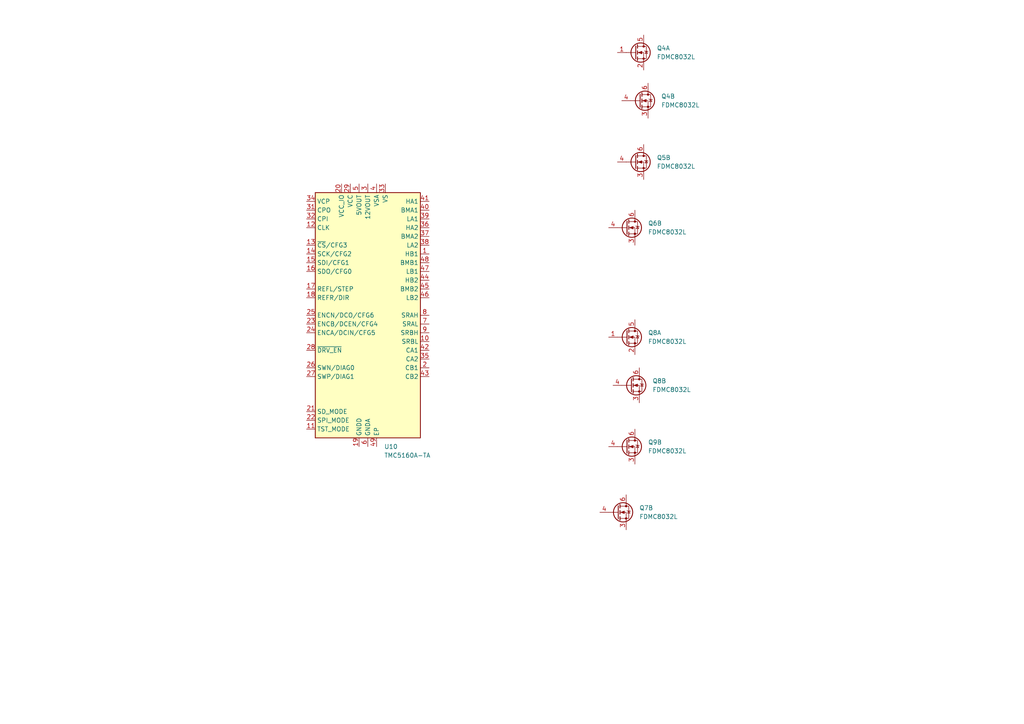
<source format=kicad_sch>
(kicad_sch (version 20231120) (generator "eeschema") (generator_version "8.0")
  (paper "A4")
  (lib_symbols
    (symbol "Driver_Motor:TMC5160A-TA"
      (property "Reference" "U" (at -11.43 38.1 0))
      (property "Value" "TMC5160A-TA" (at 10.16 38.1 0))
      (symbol "TMC5160A-TA_1_0"
        (rectangle (start -15.24 -35.56) (end 15.24 35.56) (stroke (width 0.254)) (fill (type background)))
      )
      (symbol "TMC5160A-TA_1_1"
        (pin output line (at 17.78 17.78 180) (length 2.54) (name "HB1") (number "1"))
        (pin passive line (at 17.78 -7.62 180) (length 2.54) (name "SRBL") (number "10"))
        (pin input line (at -17.78 -33.02 0) (length 2.54) (name "TST_MODE") (number "11"))
        (pin input line (at -17.78 25.4 0) (length 2.54) (name "CLK") (number "12"))
        (pin input line (at -17.78 20.32 0) (length 2.54) (name "~{CS}/CFG3") (number "13"))
        (pin input line (at -17.78 17.78 0) (length 2.54) (name "SCK/CFG2") (number "14"))
        (pin input line (at -17.78 15.24 0) (length 2.54) (name "SDI/CFG1") (number "15"))
        (pin bidirectional line (at -17.78 12.7 0) (length 2.54) (name "SDO/CFG0") (number "16"))
        (pin input line (at -17.78 7.62 0) (length 2.54) (name "REFL/STEP") (number "17"))
        (pin input line (at -17.78 5.08 0) (length 2.54) (name "REFR/DIR") (number "18"))
        (pin power_in line (at -2.54 -38.1 90) (length 2.54) (name "GNDD") (number "19"))
        (pin passive line (at 17.78 -15.24 180) (length 2.54) (name "CB1") (number "2"))
        (pin power_in line (at -7.62 38.1 270) (length 2.54) (name "VCC_IO") (number "20"))
        (pin input line (at -17.78 -27.94 0) (length 2.54) (name "SD_MODE") (number "21"))
        (pin input line (at -17.78 -30.48 0) (length 2.54) (name "SPI_MODE") (number "22"))
        (pin input line (at -17.78 -2.54 0) (length 2.54) (name "ENCB/DCEN/CFG4") (number "23"))
        (pin input line (at -17.78 -5.08 0) (length 2.54) (name "ENCA/DCIN/CFG5") (number "24"))
        (pin bidirectional line (at -17.78 0 0) (length 2.54) (name "ENCN/DCO/CFG6") (number "25"))
        (pin bidirectional line (at -17.78 -15.24 0) (length 2.54) (name "SWN/DIAG0") (number "26"))
        (pin bidirectional line (at -17.78 -17.78 0) (length 2.54) (name "SWP/DIAG1") (number "27"))
        (pin input line (at -17.78 -10.16 0) (length 2.54) (name "~{DRV_EN}") (number "28"))
        (pin power_in line (at -5.08 38.1 270) (length 2.54) (name "VCC") (number "29"))
        (pin power_out line (at 0 38.1 270) (length 2.54) (name "12VOUT") (number "3"))
        (pin passive line (at -2.54 -38.1 90) (length 2.54) hide (name "GNDD") (number "30"))
        (pin passive line (at -17.78 30.48 0) (length 2.54) (name "CPO") (number "31"))
        (pin passive line (at -17.78 27.94 0) (length 2.54) (name "CPI") (number "32"))
        (pin power_in line (at 5.08 38.1 270) (length 2.54) (name "VS") (number "33"))
        (pin passive line (at -17.78 33.02 0) (length 2.54) (name "VCP") (number "34"))
        (pin passive line (at 17.78 -12.7 180) (length 2.54) (name "CA2") (number "35"))
        (pin output line (at 17.78 25.4 180) (length 2.54) (name "HA2") (number "36"))
        (pin passive line (at 17.78 22.86 180) (length 2.54) (name "BMA2") (number "37"))
        (pin output line (at 17.78 20.32 180) (length 2.54) (name "LA2") (number "38"))
        (pin output line (at 17.78 27.94 180) (length 2.54) (name "LA1") (number "39"))
        (pin power_in line (at 2.54 38.1 270) (length 2.54) (name "VSA") (number "4"))
        (pin passive line (at 17.78 30.48 180) (length 2.54) (name "BMA1") (number "40"))
        (pin output line (at 17.78 33.02 180) (length 2.54) (name "HA1") (number "41"))
        (pin passive line (at 17.78 -10.16 180) (length 2.54) (name "CA1") (number "42"))
        (pin passive line (at 17.78 -17.78 180) (length 2.54) (name "CB2") (number "43"))
        (pin output line (at 17.78 10.16 180) (length 2.54) (name "HB2") (number "44"))
        (pin passive line (at 17.78 7.62 180) (length 2.54) (name "BMB2") (number "45"))
        (pin output line (at 17.78 5.08 180) (length 2.54) (name "LB2") (number "46"))
        (pin output line (at 17.78 12.7 180) (length 2.54) (name "LB1") (number "47"))
        (pin passive line (at 17.78 15.24 180) (length 2.54) (name "BMB1") (number "48"))
        (pin power_in line (at 2.54 -38.1 90) (length 2.54) (name "EP") (number "49"))
        (pin power_out line (at -2.54 38.1 270) (length 2.54) (name "5VOUT") (number "5"))
        (pin power_in line (at 0 -38.1 90) (length 2.54) (name "GNDA") (number "6"))
        (pin passive line (at 17.78 -2.54 180) (length 2.54) (name "SRAL") (number "7"))
        (pin passive line (at 17.78 0 180) (length 2.54) (name "SRAH") (number "8"))
        (pin passive line (at 17.78 -5.08 180) (length 2.54) (name "SRBH") (number "9"))
      )
    )
    (symbol "Transistor_FET:FDMC8032L" (pin_names hide)
      (property "Reference" "Q" (at 5.08 1.905 0))
      (property "Value" "FDMC8032L" (at 5.08 0 0))
      (symbol "FDMC8032L_0_1"
        (polyline (pts (xy 0.254 0) (xy -2.54 0)))
        (polyline (pts (xy 0.254 1.905) (xy 0.254 -1.905)) (stroke (width 0.254)))
        (polyline (pts (xy 0.762 -1.27) (xy 0.762 -2.286)) (stroke (width 0.254)))
        (polyline (pts (xy 0.762 0.508) (xy 0.762 -0.508)) (stroke (width 0.254)))
        (polyline (pts (xy 0.762 2.286) (xy 0.762 1.27)) (stroke (width 0.254)))
        (polyline (pts (xy 2.54 2.54) (xy 2.54 1.778)))
        (polyline (pts (xy 2.54 -2.54) (xy 2.54 0) (xy 0.762 0)))
        (polyline (pts (xy 0.762 -1.778) (xy 3.302 -1.778) (xy 3.302 1.778) (xy 0.762 1.778)))
        (polyline (pts (xy 1.016 0) (xy 2.032 0.381) (xy 2.032 -0.381) (xy 1.016 0)) (fill (type outline)))
        (polyline (pts (xy 2.794 0.508) (xy 2.921 0.381) (xy 3.683 0.381) (xy 3.81 0.254)))
        (polyline (pts (xy 3.302 0.381) (xy 2.921 -0.254) (xy 3.683 -0.254) (xy 3.302 0.381)))
        (circle (center 1.651 0) (radius 2.794) (stroke (width 0.254)))
        (circle (center 2.54 -1.778) (radius 0.254) (fill (type outline)))
        (circle (center 2.54 1.778) (radius 0.254) (fill (type outline)))
      )
      (symbol "FDMC8032L_1_1"
        (pin passive line (at -5.08 0 0) (length 2.54) (name "G1") (number "1"))
        (pin passive line (at 2.54 -5.08 90) (length 2.54) (name "S1") (number "2"))
        (pin passive line (at 2.54 5.08 270) (length 2.54) (name "D1") (number "5"))
      )
      (symbol "FDMC8032L_2_1"
        (pin passive line (at 2.54 -5.08 90) (length 2.54) (name "S2") (number "3"))
        (pin passive line (at -5.08 0 0) (length 2.54) (name "G2") (number "4"))
        (pin passive line (at 2.54 5.08 270) (length 2.54) (name "D2") (number "6"))
      )
    )
  )
  (symbol (lib_id "Transistor_FET:FDMC8032L") (at 179.07 148.59 0) (unit 2)
    (property "Reference" "Q7" (at 185.42 147.3199 0) (effects (justify left)))
    (property "Value" "FDMC8032L" (at 185.42 149.8599 0) (effects (justify left)))
    (property "Footprint" "Package_SON:Fairchild_DualPower33-6_3x3mm" (effects (hide yes)))
    (property "Datasheet" "https://www.onsemi.com/pub/Collateral/FDMC8032L-D.PDF" (effects (hide yes)))
    (property "Description" "7A Id, 40V Vds, Dual N-Channel MOSFET, 20mOhm Ron, Power33 Package" (effects (hide yes)))
  )
  (symbol (lib_id "Transistor_FET:FDMC8032L") (at 184.15 46.99 0) (unit 2)
    (property "Reference" "Q5" (at 190.5 45.7199 0) (effects (justify left)))
    (property "Value" "FDMC8032L" (at 190.5 48.2599 0) (effects (justify left)))
    (property "Footprint" "Package_SON:Fairchild_DualPower33-6_3x3mm" (effects (hide yes)))
    (property "Datasheet" "https://www.onsemi.com/pub/Collateral/FDMC8032L-D.PDF" (effects (hide yes)))
    (property "Description" "7A Id, 40V Vds, Dual N-Channel MOSFET, 20mOhm Ron, Power33 Package" (effects (hide yes)))
  )
  (symbol (lib_id "Transistor_FET:FDMC8032L") (at 181.61 66.04 0) (unit 2)
    (property "Reference" "Q6" (at 187.96 64.7699 0) (effects (justify left)))
    (property "Value" "FDMC8032L" (at 187.96 67.3099 0) (effects (justify left)))
    (property "Footprint" "Package_SON:Fairchild_DualPower33-6_3x3mm" (effects (hide yes)))
    (property "Datasheet" "https://www.onsemi.com/pub/Collateral/FDMC8032L-D.PDF" (effects (hide yes)))
    (property "Description" "7A Id, 40V Vds, Dual N-Channel MOSFET, 20mOhm Ron, Power33 Package" (effects (hide yes)))
  )
  (symbol (lib_id "Transistor_FET:FDMC8032L") (at 185.42 29.21 0) (unit 2)
    (property "Reference" "Q4" (at 191.77 27.9399 0) (effects (justify left)))
    (property "Value" "FDMC8032L" (at 191.77 30.4799 0) (effects (justify left)))
    (property "Footprint" "Package_SON:Fairchild_DualPower33-6_3x3mm" (effects (hide yes)))
    (property "Datasheet" "https://www.onsemi.com/pub/Collateral/FDMC8032L-D.PDF" (effects (hide yes)))
    (property "Description" "7A Id, 40V Vds, Dual N-Channel MOSFET, 20mOhm Ron, Power33 Package" (effects (hide yes)))
  )
  (symbol (lib_id "Transistor_FET:FDMC8032L") (at 182.88 111.76 0) (unit 2)
    (property "Reference" "Q8" (at 189.23 110.4899 0) (effects (justify left)))
    (property "Value" "FDMC8032L" (at 189.23 113.0299 0) (effects (justify left)))
    (property "Footprint" "Package_SON:Fairchild_DualPower33-6_3x3mm" (effects (hide yes)))
    (property "Datasheet" "https://www.onsemi.com/pub/Collateral/FDMC8032L-D.PDF" (effects (hide yes)))
    (property "Description" "7A Id, 40V Vds, Dual N-Channel MOSFET, 20mOhm Ron, Power33 Package" (effects (hide yes)))
  )
  (symbol (lib_id "Transistor_FET:FDMC8032L") (at 181.61 97.79 0) (unit 1)
    (property "Reference" "Q8" (at 187.96 96.5199 0) (effects (justify left)))
    (property "Value" "FDMC8032L" (at 187.96 99.0599 0) (effects (justify left)))
    (property "Footprint" "Package_SON:Fairchild_DualPower33-6_3x3mm" (effects (hide yes)))
    (property "Datasheet" "https://www.onsemi.com/pub/Collateral/FDMC8032L-D.PDF" (effects (hide yes)))
    (property "Description" "7A Id, 40V Vds, Dual N-Channel MOSFET, 20mOhm Ron, Power33 Package" (effects (hide yes)))
  )
  (symbol (lib_id "Driver_Motor:TMC5160A-TA") (at 106.68 91.44 0) (unit 1)
    (property "Reference" "U10" (at 111.4141 129.54 0) (effects (justify left)))
    (property "Value" "TMC5160A-TA" (at 111.4141 132.08 0) (effects (justify left)))
    (property "Footprint" "Package_QFP:TQFP-48-1EP_7x7mm_P0.5mm_EP5x5mm_ThermalVias" (effects (hide yes)))
    (property "Datasheet" "https://www.trinamic.com/fileadmin/assets/Products/ICs_Documents/TMC5160A_Datasheet_Rev1.14.pdf" (effects (hide yes)))
    (property "Description" "20A Driver for two-phase bipolar stepper motor, SPI, UART, TQFP-48" (effects (hide yes)))
  )
  (symbol (lib_id "Transistor_FET:FDMC8032L") (at 184.15 15.24 0) (unit 1)
    (property "Reference" "Q4" (at 190.5 13.9699 0) (effects (justify left)))
    (property "Value" "FDMC8032L" (at 190.5 16.5099 0) (effects (justify left)))
    (property "Footprint" "Package_SON:Fairchild_DualPower33-6_3x3mm" (effects (hide yes)))
    (property "Datasheet" "https://www.onsemi.com/pub/Collateral/FDMC8032L-D.PDF" (effects (hide yes)))
    (property "Description" "7A Id, 40V Vds, Dual N-Channel MOSFET, 20mOhm Ron, Power33 Package" (effects (hide yes)))
  )
  (symbol (lib_id "Transistor_FET:FDMC8032L") (at 181.61 129.54 0) (unit 2)
    (property "Reference" "Q9" (at 187.96 128.2699 0) (effects (justify left)))
    (property "Value" "FDMC8032L" (at 187.96 130.8099 0) (effects (justify left)))
    (property "Footprint" "Package_SON:Fairchild_DualPower33-6_3x3mm" (effects (hide yes)))
    (property "Datasheet" "https://www.onsemi.com/pub/Collateral/FDMC8032L-D.PDF" (effects (hide yes)))
    (property "Description" "7A Id, 40V Vds, Dual N-Channel MOSFET, 20mOhm Ron, Power33 Package" (effects (hide yes)))
  )
)
</source>
